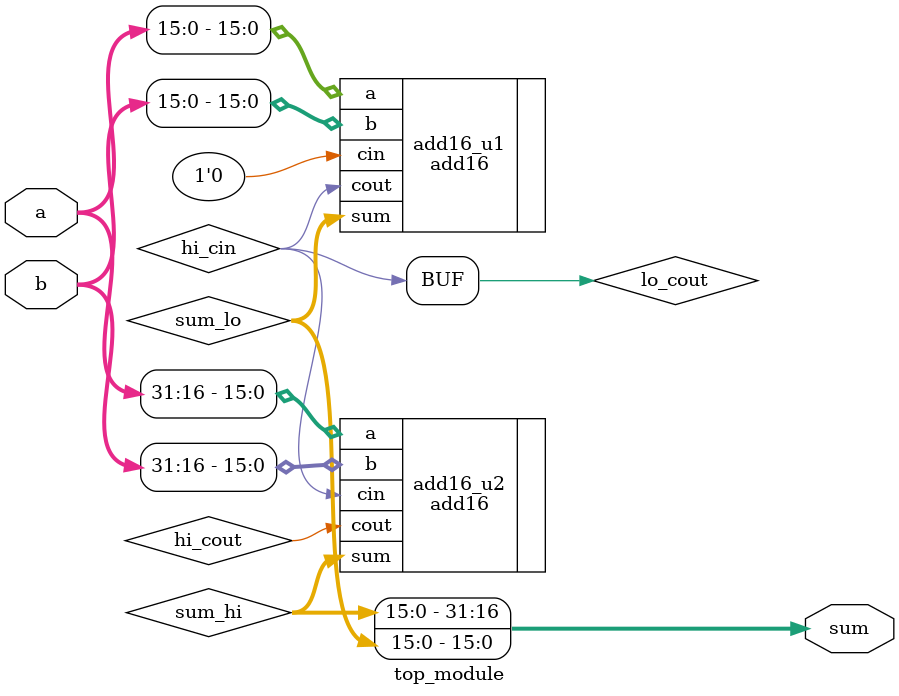
<source format=v>
module top_module(
    input [31:0] a,
    input [31:0] b,
    output [31:0] sum
);
    wire    lo_cout,hi_cout,hi_cin;
    wire    [15:0]  sum_lo,sum_hi;
    add16 add16_u1(
        .a(a[15:0]),
        .b(b[15:0]),
        .cin(1'b0),
        .sum(sum_lo),
        .cout(lo_cout)
    );
    assign  hi_cin = lo_cout;
    add16 add16_u2(
        .a(a[31:16]),
        .b(b[31:16]),
        .cin(hi_cin),
        .sum(sum_hi),
        .cout(hi_cout)
    );   
    assign sum = {sum_hi,sum_lo}; 
endmodule
</source>
